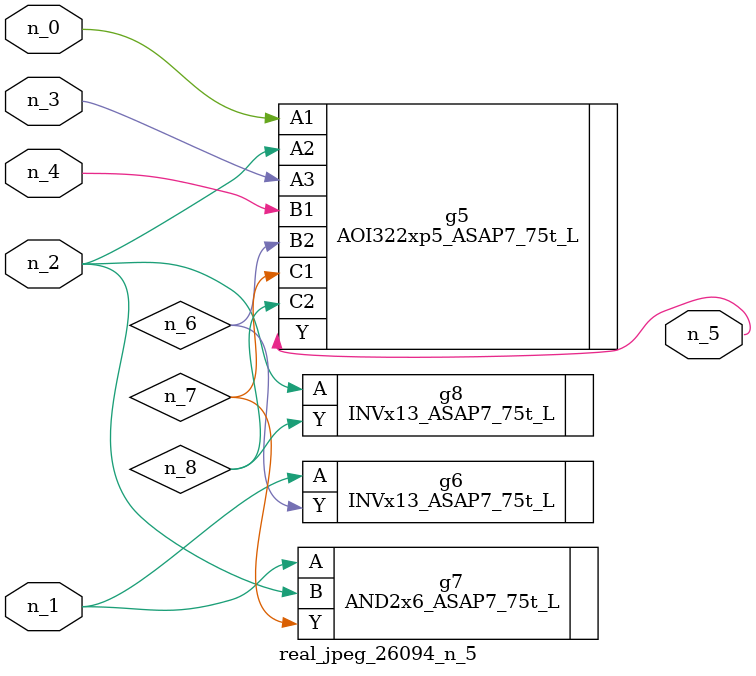
<source format=v>
module real_jpeg_26094_n_5 (n_4, n_0, n_1, n_2, n_3, n_5);

input n_4;
input n_0;
input n_1;
input n_2;
input n_3;

output n_5;

wire n_8;
wire n_6;
wire n_7;

AOI322xp5_ASAP7_75t_L g5 ( 
.A1(n_0),
.A2(n_2),
.A3(n_3),
.B1(n_4),
.B2(n_6),
.C1(n_7),
.C2(n_8),
.Y(n_5)
);

INVx13_ASAP7_75t_L g6 ( 
.A(n_1),
.Y(n_6)
);

AND2x6_ASAP7_75t_L g7 ( 
.A(n_1),
.B(n_2),
.Y(n_7)
);

INVx13_ASAP7_75t_L g8 ( 
.A(n_2),
.Y(n_8)
);


endmodule
</source>
